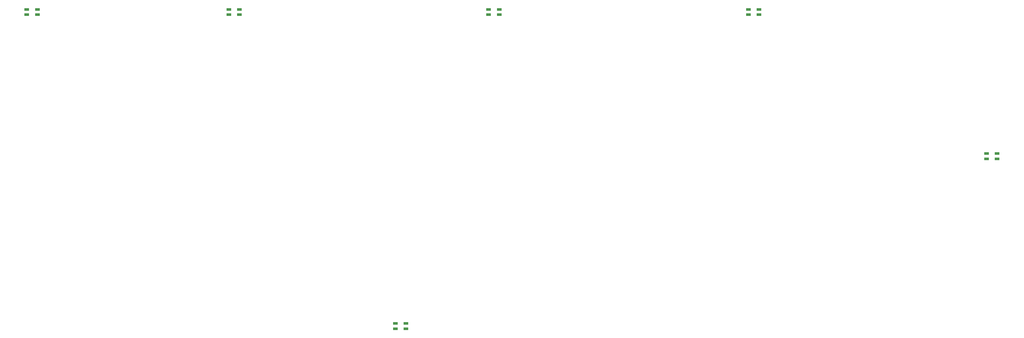
<source format=gbr>
%TF.GenerationSoftware,KiCad,Pcbnew,9.0.0*%
%TF.CreationDate,2025-03-26T17:33:26+05:30*%
%TF.ProjectId,RoyBoard,526f7942-6f61-4726-942e-6b696361645f,rev?*%
%TF.SameCoordinates,Original*%
%TF.FileFunction,Paste,Top*%
%TF.FilePolarity,Positive*%
%FSLAX46Y46*%
G04 Gerber Fmt 4.6, Leading zero omitted, Abs format (unit mm)*
G04 Created by KiCad (PCBNEW 9.0.0) date 2025-03-26 17:33:26*
%MOMM*%
%LPD*%
G01*
G04 APERTURE LIST*
%ADD10R,1.600000X0.850000*%
G04 APERTURE END LIST*
D10*
%TO.C,D90*%
X171365000Y-162715000D03*
X171365000Y-164465000D03*
X167865000Y-164465000D03*
X167865000Y-162715000D03*
%TD*%
%TO.C,D86*%
X46278750Y-58976250D03*
X46278750Y-60726250D03*
X49778750Y-60726250D03*
X49778750Y-58976250D03*
%TD*%
%TO.C,D85*%
X362985000Y-106601250D03*
X362985000Y-108351250D03*
X366485000Y-108351250D03*
X366485000Y-106601250D03*
%TD*%
%TO.C,D89*%
X284403750Y-58976250D03*
X284403750Y-60726250D03*
X287903750Y-60726250D03*
X287903750Y-58976250D03*
%TD*%
%TO.C,D88*%
X198678750Y-58976250D03*
X198678750Y-60726250D03*
X202178750Y-60726250D03*
X202178750Y-58976250D03*
%TD*%
%TO.C,D87*%
X112953750Y-58976250D03*
X112953750Y-60726250D03*
X116453750Y-60726250D03*
X116453750Y-58976250D03*
%TD*%
M02*

</source>
